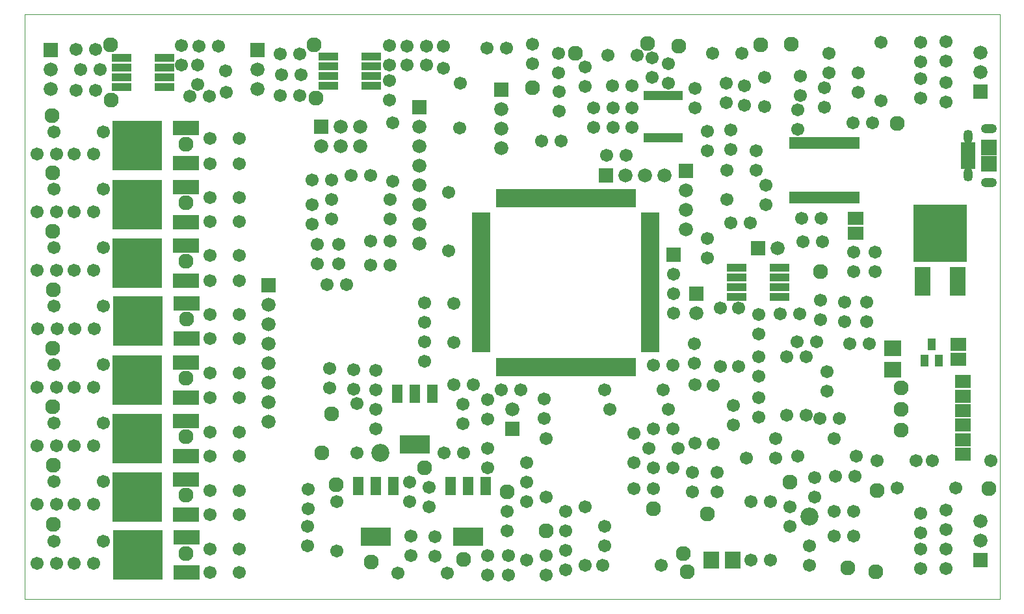
<source format=gts>
G04 (created by PCBNEW-RS274X (2010-03-14)-final) date Wed 18 Sep 2013 10:54:28 PM EDT*
G01*
G70*
G90*
%MOIN*%
G04 Gerber Fmt 3.4, Leading zero omitted, Abs format*
%FSLAX34Y34*%
G04 APERTURE LIST*
%ADD10C,0.001000*%
%ADD11R,0.043600X0.059400*%
%ADD12R,0.027700X0.051300*%
%ADD13C,0.067000*%
%ADD14R,0.072000X0.072000*%
%ADD15C,0.072000*%
%ADD16C,0.077000*%
%ADD17C,0.092000*%
%ADD18R,0.156000X0.092000*%
%ADD19R,0.052000X0.092000*%
%ADD20R,0.027000X0.092000*%
%ADD21R,0.092000X0.027000*%
%ADD22R,0.028000X0.062000*%
%ADD23R,0.132000X0.077000*%
%ADD24R,0.252000X0.252000*%
%ADD25R,0.098700X0.043600*%
%ADD26R,0.079000X0.071200*%
%ADD27R,0.083000X0.091000*%
%ADD28R,0.073100X0.035700*%
%ADD29O,0.049500X0.069200*%
%ADD30O,0.081000X0.047600*%
%ADD31R,0.081000X0.081000*%
%ADD32R,0.091000X0.083000*%
%ADD33R,0.083000X0.146000*%
%ADD34R,0.275900X0.295600*%
G04 APERTURE END LIST*
G54D10*
X13760Y-39080D02*
X13760Y-09080D01*
X63760Y-39080D02*
X13760Y-39080D01*
X63760Y-09080D02*
X63760Y-39080D01*
X13760Y-09080D02*
X63760Y-09080D01*
G54D11*
X59897Y-26821D03*
X60272Y-25989D03*
X60647Y-26821D03*
G54D12*
X45635Y-15412D03*
X45885Y-15412D03*
X46135Y-15412D03*
X46385Y-15412D03*
X46635Y-15412D03*
X46885Y-15412D03*
X47135Y-15412D03*
X47385Y-15412D03*
X47385Y-13248D03*
X47135Y-13248D03*
X46885Y-13248D03*
X46635Y-13248D03*
X46385Y-13248D03*
X46135Y-13248D03*
X45885Y-13248D03*
X45635Y-13248D03*
G54D13*
X50976Y-19769D03*
X49976Y-19769D03*
X59484Y-31972D03*
X57484Y-31972D03*
X59700Y-37510D03*
X59700Y-36510D03*
X61000Y-37500D03*
X61000Y-36500D03*
X61000Y-34500D03*
X61000Y-35500D03*
X59700Y-34670D03*
X59700Y-35670D03*
X54010Y-36330D03*
X54010Y-37330D03*
X55260Y-35830D03*
X56260Y-35830D03*
X55260Y-34580D03*
X56260Y-34580D03*
X55340Y-32780D03*
X56340Y-32780D03*
X54898Y-28417D03*
X54898Y-27417D03*
X51401Y-29744D03*
X51401Y-28744D03*
X54358Y-25878D03*
X53358Y-25878D03*
X51398Y-27634D03*
X51398Y-26634D03*
X48760Y-20580D03*
X48760Y-21580D03*
X48120Y-25970D03*
X48120Y-26970D03*
X46010Y-27080D03*
X47010Y-27080D03*
X50090Y-30130D03*
X50090Y-29130D03*
X48010Y-33580D03*
X48010Y-32580D03*
X46010Y-32330D03*
X47010Y-32330D03*
X47010Y-30330D03*
X46010Y-30330D03*
X43510Y-35330D03*
X43510Y-36330D03*
X40510Y-36830D03*
X40510Y-37830D03*
X38560Y-36830D03*
X38560Y-37830D03*
X37510Y-36830D03*
X37510Y-37830D03*
X40410Y-29800D03*
X40410Y-28800D03*
X34272Y-26882D03*
X34272Y-25882D03*
X34272Y-23868D03*
X34272Y-24868D03*
X35776Y-23894D03*
X35776Y-25894D03*
X29510Y-17580D03*
X28510Y-17580D03*
X28510Y-18830D03*
X28510Y-19830D03*
X32510Y-21930D03*
X31510Y-21930D03*
X29860Y-21880D03*
X29860Y-20880D03*
X28760Y-21880D03*
X28760Y-20880D03*
X40260Y-15580D03*
X41260Y-15580D03*
X43921Y-12732D03*
X44921Y-12732D03*
X48142Y-12858D03*
X48142Y-13858D03*
X53620Y-19520D03*
X54620Y-19520D03*
X53680Y-20750D03*
X54680Y-20750D03*
X57240Y-14630D03*
X56240Y-14630D03*
G54D14*
X28970Y-14840D03*
G54D15*
X28970Y-15840D03*
X29970Y-14840D03*
X29970Y-15840D03*
X30970Y-14840D03*
X30970Y-15840D03*
G54D14*
X34010Y-13830D03*
G54D15*
X34010Y-14830D03*
X34010Y-15830D03*
X34010Y-16830D03*
X34010Y-17830D03*
X34010Y-18830D03*
X34010Y-19830D03*
X34010Y-20830D03*
G54D14*
X38210Y-12920D03*
G54D15*
X38210Y-13920D03*
X38210Y-14920D03*
X38210Y-15920D03*
G54D14*
X26268Y-22965D03*
G54D15*
X26268Y-23965D03*
X26268Y-24965D03*
X26268Y-25965D03*
X26268Y-26965D03*
X26268Y-27965D03*
X26268Y-28965D03*
X26268Y-29965D03*
X62760Y-36080D03*
X62760Y-35080D03*
G54D14*
X62760Y-37080D03*
X47680Y-17090D03*
G54D15*
X47680Y-18090D03*
X47680Y-19090D03*
X47680Y-20090D03*
G54D14*
X43560Y-17350D03*
G54D15*
X44560Y-17350D03*
X45560Y-17350D03*
X46560Y-17350D03*
G54D14*
X38760Y-30330D03*
G54D15*
X38760Y-29330D03*
G54D16*
X39795Y-12850D03*
X53071Y-10598D03*
X47524Y-36740D03*
X22048Y-18720D03*
G54D13*
X40510Y-33830D03*
X40510Y-30830D03*
X56420Y-31730D03*
X53420Y-31730D03*
X55260Y-30830D03*
X52260Y-30830D03*
X49070Y-28090D03*
X49070Y-31090D03*
X48140Y-31080D03*
X48140Y-28080D03*
X46760Y-29330D03*
X43760Y-29330D03*
X43510Y-28330D03*
X46510Y-28330D03*
X39190Y-28330D03*
X38190Y-28330D03*
G54D16*
X54563Y-22272D03*
G54D13*
X39510Y-37080D03*
X39510Y-34080D03*
X43420Y-37340D03*
X46420Y-37340D03*
X42510Y-37330D03*
X42510Y-34330D03*
X52010Y-37080D03*
X52010Y-34080D03*
X51010Y-34080D03*
X51010Y-37080D03*
X56510Y-13080D03*
X56510Y-12080D03*
G54D16*
X34260Y-32330D03*
X29510Y-29580D03*
G54D17*
X32010Y-31580D03*
G54D18*
X33760Y-31130D03*
G54D19*
X33760Y-28530D03*
X32860Y-28530D03*
X34660Y-28530D03*
G54D13*
X29400Y-27250D03*
X29400Y-28250D03*
X31760Y-29330D03*
X31760Y-30330D03*
X31760Y-27330D03*
X31760Y-28330D03*
G54D18*
X31760Y-35880D03*
G54D19*
X31760Y-33280D03*
X30860Y-33280D03*
X32660Y-33280D03*
G54D18*
X36510Y-35880D03*
G54D19*
X36510Y-33280D03*
X35610Y-33280D03*
X37410Y-33280D03*
G54D13*
X37510Y-28830D03*
X37510Y-29830D03*
X35510Y-21200D03*
X35510Y-18200D03*
X28260Y-35330D03*
X28260Y-36330D03*
X33510Y-34080D03*
X33510Y-33080D03*
X34510Y-34330D03*
X34510Y-33330D03*
G54D16*
X29750Y-33200D03*
G54D13*
X24768Y-33490D03*
X23268Y-33490D03*
X24758Y-36490D03*
X23258Y-36490D03*
X23268Y-34730D03*
X24768Y-34730D03*
X23274Y-37689D03*
X24774Y-37689D03*
X37510Y-32330D03*
X37510Y-31330D03*
X36260Y-31580D03*
X35260Y-31580D03*
X51760Y-17830D03*
X51760Y-18830D03*
X48760Y-16080D03*
X48760Y-15080D03*
G54D16*
X31530Y-37170D03*
X29010Y-31580D03*
G54D13*
X52260Y-31830D03*
X50760Y-31830D03*
X45760Y-31330D03*
X47260Y-31330D03*
X45010Y-30580D03*
X45010Y-32080D03*
X32510Y-19580D03*
X29510Y-19580D03*
X32510Y-18580D03*
X29510Y-18580D03*
G54D20*
X44965Y-18505D03*
X44710Y-18505D03*
X44455Y-18505D03*
X44200Y-18505D03*
X43945Y-18505D03*
X43685Y-18505D03*
X43430Y-18505D03*
X43175Y-18505D03*
X42920Y-18505D03*
X42665Y-18505D03*
X42405Y-18505D03*
X42150Y-18505D03*
X41895Y-18505D03*
X41640Y-18505D03*
X41380Y-18505D03*
X41125Y-18505D03*
X40870Y-18505D03*
X40615Y-18505D03*
X40355Y-18505D03*
X40100Y-18505D03*
X39845Y-18505D03*
X39590Y-18505D03*
X39335Y-18505D03*
X39075Y-18505D03*
X38820Y-18505D03*
X38565Y-18505D03*
X38310Y-18505D03*
X38055Y-18505D03*
G54D21*
X37185Y-19375D03*
X37185Y-19630D03*
X37185Y-19885D03*
X37185Y-20140D03*
X37185Y-20395D03*
X37185Y-20655D03*
X37185Y-20910D03*
X37185Y-21165D03*
X37185Y-21420D03*
X37185Y-21675D03*
X37185Y-21935D03*
X37185Y-22190D03*
X37185Y-22445D03*
X37185Y-22700D03*
X37185Y-22960D03*
X37185Y-23215D03*
X37185Y-23470D03*
X37185Y-23725D03*
X37185Y-23985D03*
X37185Y-24240D03*
X37185Y-24495D03*
X37185Y-24750D03*
X37185Y-25005D03*
X37185Y-25265D03*
X37185Y-25520D03*
X37185Y-25775D03*
X37185Y-26030D03*
X37185Y-26285D03*
G54D20*
X38055Y-27155D03*
X38310Y-27155D03*
X38565Y-27155D03*
X38820Y-27155D03*
X39075Y-27155D03*
X39335Y-27155D03*
X39590Y-27155D03*
X39845Y-27155D03*
X40100Y-27155D03*
X40355Y-27155D03*
X40615Y-27155D03*
X40870Y-27155D03*
X41125Y-27155D03*
X41380Y-27155D03*
X41640Y-27155D03*
X41895Y-27155D03*
X42150Y-27155D03*
X42405Y-27155D03*
X42665Y-27155D03*
X42920Y-27155D03*
X43175Y-27155D03*
X43430Y-27155D03*
X43685Y-27155D03*
X43945Y-27155D03*
X44200Y-27155D03*
X44455Y-27155D03*
X44710Y-27155D03*
X44965Y-27155D03*
G54D21*
X45835Y-26285D03*
X45835Y-26030D03*
X45835Y-25775D03*
X45835Y-25520D03*
X45835Y-25265D03*
X45835Y-25005D03*
X45835Y-24750D03*
X45835Y-24495D03*
X45835Y-24240D03*
X45835Y-23985D03*
X45835Y-23725D03*
X45835Y-23470D03*
X45835Y-23215D03*
X45835Y-22960D03*
X45835Y-22700D03*
X45835Y-22445D03*
X45835Y-22190D03*
X45835Y-21935D03*
X45835Y-21675D03*
X45835Y-21420D03*
X45835Y-21165D03*
X45835Y-20910D03*
X45835Y-20655D03*
X45835Y-20395D03*
X45835Y-20140D03*
X45835Y-19885D03*
X45835Y-19630D03*
X45835Y-19375D03*
G54D13*
X51693Y-13789D03*
X51693Y-12289D03*
X49760Y-17080D03*
X49760Y-18580D03*
X23258Y-28730D03*
X24758Y-28730D03*
X23258Y-31730D03*
X24758Y-31730D03*
X24758Y-21450D03*
X23258Y-21450D03*
X24758Y-24460D03*
X23258Y-24460D03*
X24758Y-27460D03*
X23258Y-27460D03*
X24758Y-30500D03*
X23258Y-30500D03*
X23258Y-22730D03*
X24758Y-22730D03*
X23258Y-25710D03*
X24758Y-25710D03*
X24758Y-18470D03*
X23258Y-18470D03*
X23258Y-19710D03*
X24758Y-19710D03*
X24758Y-15420D03*
X23258Y-15420D03*
X23258Y-16730D03*
X24758Y-16730D03*
G54D16*
X22048Y-15720D03*
X63220Y-33398D03*
X46010Y-34430D03*
X57420Y-37660D03*
X38510Y-33580D03*
X48780Y-34690D03*
X40510Y-35580D03*
X47748Y-37677D03*
G54D17*
X54010Y-34830D03*
G54D16*
X55980Y-37480D03*
X53010Y-33080D03*
X57461Y-33516D03*
X42010Y-11080D03*
X45689Y-10567D03*
X51504Y-10646D03*
X36280Y-37020D03*
G54D13*
X30510Y-17330D03*
X31510Y-17330D03*
G54D16*
X58492Y-14657D03*
X47303Y-10701D03*
G54D22*
X53110Y-18480D03*
X53360Y-18480D03*
X53620Y-18480D03*
X53880Y-18480D03*
X54130Y-18480D03*
X54390Y-18480D03*
X54650Y-18480D03*
X54900Y-18480D03*
X55160Y-18480D03*
X55410Y-18480D03*
X55670Y-18480D03*
X55930Y-18480D03*
X56180Y-18480D03*
X56440Y-18480D03*
X56440Y-15680D03*
X56180Y-15680D03*
X55940Y-15680D03*
X55670Y-15680D03*
X55410Y-15680D03*
X55160Y-15680D03*
X54900Y-15680D03*
X54650Y-15680D03*
X54390Y-15680D03*
X54130Y-15680D03*
X53880Y-15680D03*
X53620Y-15680D03*
X53360Y-15680D03*
X53110Y-15680D03*
G54D13*
X29260Y-22950D03*
X30260Y-22950D03*
X36760Y-28080D03*
X35760Y-28080D03*
X55547Y-29795D03*
X54547Y-29795D03*
X49748Y-13587D03*
X49748Y-12587D03*
X42510Y-12780D03*
X42510Y-11780D03*
X45953Y-12315D03*
X45953Y-11315D03*
X39510Y-32080D03*
X39510Y-33080D03*
X49260Y-32580D03*
X49260Y-33580D03*
X38510Y-35580D03*
X38510Y-34580D03*
X46010Y-33410D03*
X45010Y-33410D03*
X41510Y-34580D03*
X41510Y-35580D03*
X41510Y-37580D03*
X41510Y-36580D03*
X54260Y-32830D03*
X54260Y-33830D03*
X53010Y-35330D03*
X53010Y-34330D03*
X33580Y-35840D03*
X33580Y-36840D03*
X53527Y-12232D03*
X53527Y-13232D03*
X55010Y-11080D03*
X55010Y-12080D03*
G54D23*
X22043Y-16695D03*
G54D24*
X19543Y-15795D03*
G54D23*
X22043Y-14895D03*
X22048Y-22730D03*
G54D24*
X19548Y-21830D03*
G54D23*
X22048Y-20930D03*
X22048Y-19730D03*
G54D24*
X19548Y-18830D03*
G54D23*
X22048Y-17930D03*
X22048Y-28730D03*
G54D24*
X19548Y-27830D03*
G54D23*
X22048Y-26930D03*
X22048Y-31730D03*
G54D24*
X19548Y-30830D03*
G54D23*
X22048Y-29930D03*
X22067Y-37687D03*
G54D24*
X19567Y-36787D03*
G54D23*
X22067Y-35887D03*
X22048Y-34730D03*
G54D24*
X19548Y-33830D03*
G54D23*
X22048Y-32930D03*
G54D13*
X31500Y-20700D03*
X32500Y-20700D03*
X32650Y-14632D03*
X32650Y-17632D03*
X44610Y-16290D03*
X43610Y-16290D03*
X41160Y-13020D03*
X41160Y-14020D03*
X41150Y-12060D03*
X41150Y-11060D03*
X15388Y-16250D03*
X14388Y-16250D03*
X15388Y-19200D03*
X14388Y-19200D03*
X15388Y-22200D03*
X14388Y-22200D03*
X15438Y-25200D03*
X14438Y-25200D03*
X15388Y-28200D03*
X14388Y-28200D03*
X15388Y-31200D03*
X14388Y-31200D03*
X15388Y-34200D03*
X14388Y-34200D03*
X15388Y-37250D03*
X14388Y-37250D03*
X38468Y-10807D03*
X37468Y-10807D03*
X39799Y-11587D03*
X39799Y-10587D03*
X59700Y-13360D03*
X59700Y-12360D03*
X59690Y-10500D03*
X59690Y-11500D03*
X60990Y-10480D03*
X60990Y-11480D03*
X61000Y-13580D03*
X61000Y-12580D03*
G54D15*
X62760Y-12040D03*
X62760Y-11040D03*
G54D14*
X62760Y-13040D03*
G54D23*
X22058Y-25710D03*
G54D24*
X19558Y-24810D03*
G54D23*
X22058Y-23910D03*
G54D13*
X43930Y-14860D03*
X43930Y-13860D03*
X44910Y-14860D03*
X44910Y-13860D03*
X42930Y-14860D03*
X42930Y-13860D03*
X36240Y-30070D03*
X36240Y-29070D03*
X30650Y-27300D03*
X30650Y-28300D03*
X28320Y-34430D03*
X28320Y-33430D03*
X34790Y-35880D03*
X34790Y-36880D03*
X16288Y-16250D03*
X17288Y-16250D03*
X16288Y-19200D03*
X17288Y-19200D03*
X16338Y-25200D03*
X17338Y-25200D03*
X16288Y-22200D03*
X17288Y-22200D03*
X16288Y-31200D03*
X17288Y-31200D03*
X16288Y-28200D03*
X17288Y-28200D03*
X16288Y-37250D03*
X17288Y-37250D03*
X16288Y-34200D03*
X17288Y-34200D03*
X49960Y-16000D03*
X49960Y-15000D03*
X51260Y-16080D03*
X51260Y-17080D03*
X54760Y-12840D03*
X54760Y-13840D03*
X53409Y-13972D03*
X53409Y-14972D03*
X60295Y-31976D03*
X63295Y-31976D03*
X58488Y-33382D03*
X61488Y-33382D03*
G54D16*
X22048Y-27720D03*
X22048Y-30720D03*
X22048Y-33720D03*
X22048Y-36720D03*
X22058Y-24700D03*
X22048Y-21720D03*
G54D13*
X51390Y-24470D03*
X51390Y-25470D03*
X54580Y-23740D03*
X54580Y-24740D03*
X50370Y-27130D03*
X50370Y-24130D03*
X49450Y-24130D03*
X49450Y-27130D03*
X52500Y-24420D03*
X53500Y-24420D03*
G54D25*
X50280Y-22070D03*
X50280Y-22570D03*
X50280Y-23070D03*
X50280Y-23570D03*
X52480Y-23570D03*
X52480Y-23070D03*
X52480Y-22570D03*
X52480Y-22070D03*
G54D13*
X53831Y-26638D03*
X53831Y-29638D03*
X52838Y-29634D03*
X52838Y-26634D03*
X15263Y-15100D03*
X17813Y-15100D03*
X15263Y-18050D03*
X17813Y-18050D03*
X15263Y-21050D03*
X17813Y-21050D03*
X15263Y-24050D03*
X17813Y-24050D03*
X15263Y-27050D03*
X17813Y-27050D03*
X15263Y-30050D03*
X17813Y-30050D03*
X32895Y-37730D03*
X35445Y-37730D03*
X15263Y-33050D03*
X17813Y-33050D03*
X15263Y-36100D03*
X17813Y-36100D03*
X29760Y-36605D03*
X29760Y-34055D03*
X30800Y-29025D03*
X30800Y-31575D03*
X50673Y-12728D03*
X50673Y-13728D03*
X46775Y-11587D03*
X46775Y-12587D03*
G54D26*
X56358Y-19546D03*
X56358Y-20296D03*
G54D13*
X56272Y-22283D03*
X56272Y-21283D03*
X55807Y-24827D03*
X55807Y-23827D03*
X56925Y-24835D03*
X56925Y-23835D03*
X57386Y-22283D03*
X57386Y-21283D03*
X26941Y-12165D03*
X27941Y-12165D03*
X57063Y-25980D03*
X56063Y-25980D03*
X26862Y-11102D03*
X27862Y-11102D03*
X26882Y-13248D03*
X27882Y-13248D03*
X32480Y-10681D03*
X32480Y-11681D03*
X33378Y-11673D03*
X34378Y-11673D03*
X34378Y-10689D03*
X33378Y-10689D03*
X32480Y-13453D03*
X32480Y-12453D03*
G54D14*
X25709Y-10890D03*
G54D15*
X25709Y-11890D03*
X25709Y-12890D03*
G54D25*
X31553Y-12738D03*
X31553Y-12238D03*
X31553Y-11738D03*
X31553Y-11238D03*
X29353Y-11238D03*
X29353Y-11738D03*
X29353Y-12238D03*
X29353Y-12738D03*
G54D16*
X15228Y-35240D03*
X15228Y-32213D03*
X15197Y-29213D03*
X15197Y-26213D03*
X15244Y-23213D03*
X15213Y-20209D03*
X15213Y-17209D03*
X15173Y-14268D03*
G54D13*
X35236Y-10689D03*
X35236Y-11831D03*
X16646Y-11909D03*
X17646Y-11909D03*
X23713Y-10709D03*
X22713Y-10709D03*
X23244Y-13268D03*
X22244Y-13268D03*
X21791Y-10661D03*
X21791Y-11661D03*
X22630Y-11673D03*
X22630Y-12673D03*
X16390Y-10866D03*
X17390Y-10866D03*
X17390Y-12972D03*
X16390Y-12972D03*
G54D14*
X15118Y-10909D03*
G54D15*
X15118Y-11909D03*
X15118Y-12909D03*
G54D25*
X20923Y-12797D03*
X20923Y-12297D03*
X20923Y-11797D03*
X20923Y-11297D03*
X18723Y-11297D03*
X18723Y-11797D03*
X18723Y-12297D03*
X18723Y-12797D03*
G54D16*
X18177Y-10646D03*
X18220Y-13476D03*
X28602Y-10650D03*
X28720Y-13366D03*
G54D13*
X24071Y-11953D03*
X24091Y-13079D03*
G54D16*
X58701Y-30413D03*
X58701Y-29331D03*
X58701Y-28228D03*
G54D13*
X47050Y-23400D03*
X47050Y-24400D03*
X36100Y-12600D03*
X36080Y-14900D03*
G54D27*
X50081Y-37079D03*
X48981Y-37079D03*
G54D28*
X62126Y-16828D03*
X62126Y-16571D03*
X62126Y-16315D03*
X62126Y-16059D03*
X62126Y-15803D03*
G54D29*
X62126Y-17299D03*
X62126Y-15331D03*
G54D30*
X63189Y-17693D03*
X63189Y-14937D03*
G54D31*
X63189Y-16719D03*
X63189Y-15911D03*
G54D26*
X61886Y-29392D03*
X61886Y-30142D03*
X61634Y-26753D03*
X61634Y-26003D03*
X61886Y-30892D03*
X61886Y-31642D03*
X61886Y-27912D03*
X61886Y-28662D03*
G54D13*
X43671Y-11177D03*
X45171Y-11177D03*
X49041Y-11079D03*
X50541Y-11079D03*
X57685Y-13496D03*
X57685Y-10496D03*
G54D14*
X47037Y-21390D03*
G54D13*
X47037Y-22390D03*
G54D14*
X51366Y-21067D03*
G54D15*
X52366Y-21067D03*
G54D32*
X58272Y-26206D03*
X58272Y-27306D03*
G54D14*
X48201Y-23398D03*
G54D15*
X48201Y-24398D03*
G54D33*
X59799Y-22777D03*
X61611Y-22777D03*
G54D34*
X60705Y-20317D03*
M02*

</source>
